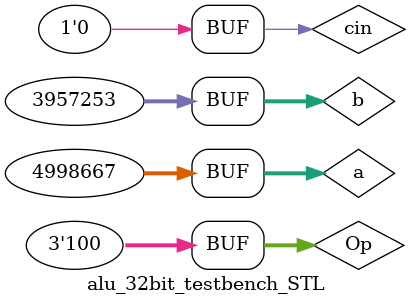
<source format=v>
`define DELAY 20
module alu_32bit_testbench_STL();


reg [31:0] a;
reg [31:0] b;
reg cin;
reg [2:0] Op;

wire [31:0] R;
wire cout, V, S;

/*
module alu_32bit(a, b, Aluop, cin, cout, R, S, V);
input [2:0] Aluop;
input [31:0] a;
input [31:0] b;
output [31:0] R;
input cin;
output cout ,S, V;
*/

alu_32bit myALU(a, b, Op, cin, cout, R, S, V);

initial begin


//SLT
a = 32'b00000000000000000000000000001011; 
b = 32'b00000000000011111111000000000101;
cin = 1'b0;
Op = 3'b100;
#`DELAY;

a = 32'b00000000000000000000000000001011; 
b = 32'b00000000000000000000001000000101; 
cin = 1'b0;
Op = 3'b100;
#`DELAY;

a = 32'b00000000000000000100011000001011; 
b = 32'b00000000000000001000000000000000; 
cin = 1'b0;
Op = 3'b100;
#`DELAY;

a = 32'b00000000010110000100011000001011; 
b = 32'b00000100000000000110001000000101; 
cin = 1'b0;
Op = 3'b100;
#`DELAY;

a = 32'b00111000010000000100111100000111; 
b = 32'b00000011000000000011000100000001; 
cin = 1'b0;
Op = 3'b100;
#`DELAY;

a = 32'b00000000010000000100011000001011; 
b = 32'b01111110000000000110001000000101; 
cin = 1'b0;
Op = 3'b100;
#`DELAY;

a = 32'b00000000010011000100011000001011; 
b = 32'b00000000001111000110001000000101; 
cin = 1'b0;
Op = 3'b100;
#`DELAY;

end


initial begin

$monitor("time = %2d, \na=%32b,\nb=%32b, \nR=%32b,\n cin =%1b, cout=%1b, Op%3b V=%1b S=%1b", $time, a, b, R, cin, cout, Op, V, S);
end

endmodule



</source>
